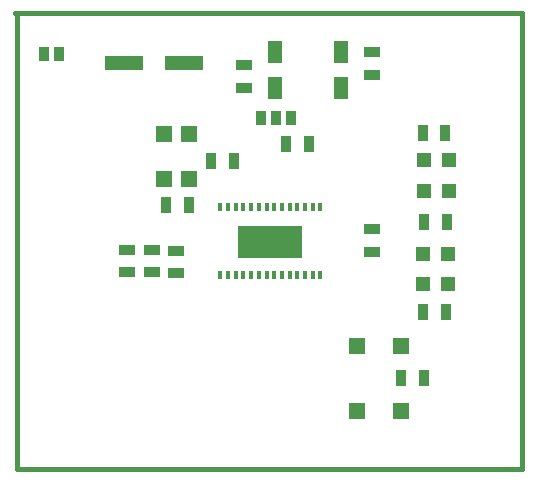
<source format=gtp>
G04 (created by PCBNEW-RS274X (2010-05-05 BZR 2356)-stable) date 29/03/2011 14:52:02*
G01*
G70*
G90*
%MOIN*%
G04 Gerber Fmt 3.4, Leading zero omitted, Abs format*
%FSLAX34Y34*%
G04 APERTURE LIST*
%ADD10C,0.006000*%
%ADD11C,0.015000*%
%ADD12R,0.130000X0.050000*%
%ADD13R,0.050000X0.074000*%
%ADD14R,0.055100X0.055100*%
%ADD15R,0.038000X0.050000*%
%ADD16R,0.047200X0.047200*%
%ADD17R,0.055000X0.035000*%
%ADD18R,0.035000X0.055000*%
%ADD19R,0.011800X0.031500*%
%ADD20R,0.216500X0.110200*%
G04 APERTURE END LIST*
G54D10*
G54D11*
X25550Y-22360D02*
X25600Y-22360D01*
X25550Y-37560D02*
X25550Y-22360D01*
X42400Y-37560D02*
X25550Y-37560D01*
X42400Y-22360D02*
X42400Y-37560D01*
X25500Y-22360D02*
X42400Y-22360D01*
G54D12*
X29120Y-24020D03*
X31120Y-24020D03*
G54D13*
X36380Y-23640D03*
X34180Y-23640D03*
X34180Y-24840D03*
X36380Y-24840D03*
G54D14*
X38378Y-33440D03*
X36882Y-33440D03*
G54D15*
X26950Y-23720D03*
X26450Y-23720D03*
X33690Y-25850D03*
X34190Y-25850D03*
X34690Y-25850D03*
G54D16*
X39097Y-30380D03*
X39923Y-30380D03*
X39933Y-31390D03*
X39107Y-31390D03*
X39973Y-27260D03*
X39147Y-27260D03*
X39147Y-28280D03*
X39973Y-28280D03*
G54D17*
X37400Y-29555D03*
X37400Y-30305D03*
G54D18*
X39135Y-29310D03*
X39885Y-29310D03*
G54D17*
X30875Y-30275D03*
X30875Y-31025D03*
X29225Y-30250D03*
X29225Y-31000D03*
X30075Y-30250D03*
X30075Y-31000D03*
G54D18*
X39095Y-26340D03*
X39845Y-26340D03*
X34535Y-26710D03*
X35285Y-26710D03*
X39105Y-32320D03*
X39855Y-32320D03*
X31295Y-28750D03*
X30545Y-28750D03*
X32785Y-27280D03*
X32035Y-27280D03*
X39125Y-34520D03*
X38375Y-34520D03*
G54D17*
X33130Y-24095D03*
X33130Y-24845D03*
X37410Y-24405D03*
X37410Y-23655D03*
G54D14*
X30480Y-27878D03*
X30480Y-26382D03*
X38378Y-35610D03*
X36882Y-35610D03*
X31310Y-26392D03*
X31310Y-27888D03*
G54D19*
X35673Y-28818D03*
X35417Y-28818D03*
X35161Y-28818D03*
X34905Y-28818D03*
X34650Y-28818D03*
X34394Y-28818D03*
X34138Y-28818D03*
X33882Y-28818D03*
X33626Y-28818D03*
X33370Y-28818D03*
X33114Y-28818D03*
X32858Y-28818D03*
X32602Y-28818D03*
X32346Y-28818D03*
X32346Y-31102D03*
X32602Y-31102D03*
X32858Y-31102D03*
X33114Y-31102D03*
X33370Y-31102D03*
X33626Y-31102D03*
X33882Y-31102D03*
X34138Y-31102D03*
X34394Y-31102D03*
X34650Y-31102D03*
X34905Y-31102D03*
X35161Y-31102D03*
X35417Y-31102D03*
X35673Y-31102D03*
G54D20*
X34000Y-30000D03*
M02*

</source>
